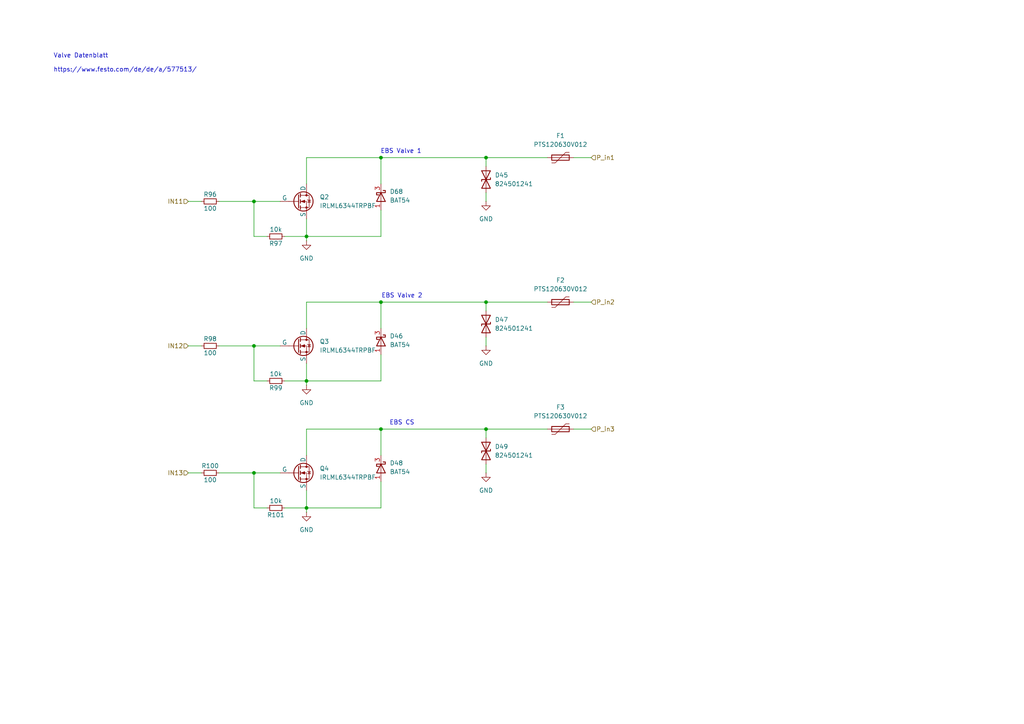
<source format=kicad_sch>
(kicad_sch (version 20231120) (generator "eeschema") (generator_version "8.0")
  (paper "A4")
  (title_block (title "PDU FT25") (date "2024-11-23") (rev "V1.1") (company "Janek Herm") (comment 1 "FaSTTUBe Electronics"))
  (lib_symbols
    (symbol "Device:D_TVS" (pin_numbers hide) (pin_names (offset 1.016) hide)
      (property "Reference" "D" (at 0 2.54 0))
      (property "Value" "D_TVS" (at 0 -2.54 0))
      (symbol "D_TVS_0_1"
        (polyline (pts (xy 1.27 0) (xy -1.27 0)))
        (polyline (pts (xy 0.508 1.27) (xy 0 1.27) (xy 0 -1.27) (xy -0.508 -1.27)) (stroke (width 0.254)))
        (polyline (pts (xy -2.54 1.27) (xy -2.54 -1.27) (xy 2.54 1.27) (xy 2.54 -1.27) (xy -2.54 1.27)) (stroke (width 0.254)))
      )
      (symbol "D_TVS_1_1"
        (pin passive line (at -3.81 0 0) (length 2.54) (name "A1") (number "1"))
        (pin passive line (at 3.81 0 180) (length 2.54) (name "A2") (number "2"))
      )
    )
    (symbol "Device:Polyfuse" (pin_numbers hide) (pin_names (offset 0))
      (property "Reference" "F" (at -2.54 0 90))
      (property "Value" "Polyfuse" (at 2.54 0 90))
      (symbol "Polyfuse_0_1"
        (rectangle (start -0.762 2.54) (end 0.762 -2.54) (stroke (width 0.254)))
        (polyline (pts (xy 0 2.54) (xy 0 -2.54)))
        (polyline (pts (xy -1.524 2.54) (xy -1.524 1.524) (xy 1.524 -1.524) (xy 1.524 -2.54)))
      )
      (symbol "Polyfuse_1_1"
        (pin passive line (at 0 3.81 270) (length 1.27) (name "~") (number "1"))
        (pin passive line (at 0 -3.81 90) (length 1.27) (name "~") (number "2"))
      )
    )
    (symbol "Device:R_Small" (pin_numbers hide) (pin_names (offset 0.254) hide)
      (property "Reference" "R" (at 0.762 0.508 0))
      (property "Value" "R_Small" (at 0.762 -1.016 0))
      (symbol "R_Small_0_1"
        (rectangle (start -0.762 1.778) (end 0.762 -1.778) (stroke (width 0.2032)))
      )
      (symbol "R_Small_1_1"
        (pin passive line (at 0 2.54 270) (length 0.762) (name "~") (number "1"))
        (pin passive line (at 0 -2.54 90) (length 0.762) (name "~") (number "2"))
      )
    )
    (symbol "FaSTTUBe_PnP:BAT54"
      (property "Reference" "D" (at 0 2.032 0))
      (property "Value" "BAT54" (at 0 0 0))
      (symbol "BAT54_0_1"
        (polyline (pts (xy 1.27 -1.27) (xy -1.27 -1.27)))
        (polyline (pts (xy 1.27 0) (xy 1.27 -2.54) (xy -1.27 -1.27) (xy 1.27 0)) (stroke (width 0.254)))
        (polyline (pts (xy -1.905 -0.635) (xy -1.905 0) (xy -1.27 0) (xy -1.27 -2.54) (xy -0.635 -2.54) (xy -0.635 -1.905)) (stroke (width 0.254)))
      )
      (symbol "BAT54_1_1"
        (pin passive line (at 3.81 -1.27 180) (length 2.54) (name "") (number "1"))
        (pin no_connect line (at -3.81 -2.54 0) (length 2.54) hide (name "") (number "2"))
        (pin passive line (at -3.81 -1.27 0) (length 2.54) (name "") (number "3"))
      )
    )
    (symbol "Simulation_SPICE:NMOS" (pin_numbers hide) (pin_names (offset 0))
      (property "Reference" "Q" (at 5.08 1.27 0))
      (property "Value" "NMOS" (at 5.08 -1.27 0))
      (symbol "NMOS_0_1"
        (polyline (pts (xy 0.254 0) (xy -2.54 0)))
        (polyline (pts (xy 0.254 1.905) (xy 0.254 -1.905)) (stroke (width 0.254)))
        (polyline (pts (xy 0.762 -1.27) (xy 0.762 -2.286)) (stroke (width 0.254)))
        (polyline (pts (xy 0.762 0.508) (xy 0.762 -0.508)) (stroke (width 0.254)))
        (polyline (pts (xy 0.762 2.286) (xy 0.762 1.27)) (stroke (width 0.254)))
        (polyline (pts (xy 2.54 2.54) (xy 2.54 1.778)))
        (polyline (pts (xy 2.54 -2.54) (xy 2.54 0) (xy 0.762 0)))
        (polyline (pts (xy 0.762 -1.778) (xy 3.302 -1.778) (xy 3.302 1.778) (xy 0.762 1.778)))
        (polyline (pts (xy 1.016 0) (xy 2.032 0.381) (xy 2.032 -0.381) (xy 1.016 0)) (fill (type outline)))
        (polyline (pts (xy 2.794 0.508) (xy 2.921 0.381) (xy 3.683 0.381) (xy 3.81 0.254)))
        (polyline (pts (xy 3.302 0.381) (xy 2.921 -0.254) (xy 3.683 -0.254) (xy 3.302 0.381)))
        (circle (center 1.651 0) (radius 2.794) (stroke (width 0.254)))
        (circle (center 2.54 -1.778) (radius 0.254) (fill (type outline)))
        (circle (center 2.54 1.778) (radius 0.254) (fill (type outline)))
      )
      (symbol "NMOS_1_1"
        (pin passive line (at 2.54 5.08 270) (length 2.54) (name "D") (number "1"))
        (pin input line (at -5.08 0 0) (length 2.54) (name "G") (number "2"))
        (pin passive line (at 2.54 -5.08 90) (length 2.54) (name "S") (number "3"))
      )
    )
    (symbol "power:GND" (power) (pin_numbers hide) (pin_names (offset 0) hide)
      (property "Value" "GND" (at 0 -3.81 0))
      (symbol "GND_0_1"
        (polyline (pts (xy 0 0) (xy 0 -1.27) (xy 1.27 -1.27) (xy 0 -2.54) (xy -1.27 -1.27) (xy 0 -1.27)))
      )
      (symbol "GND_1_1"
        (pin power_in line (at 0 0 270) (length 0) (name "~") (number "1"))
      )
    )
  )
  (junction (at 73.66 58.42))
  (junction (at 88.9 110.49))
  (junction (at 73.66 137.16))
  (junction (at 140.97 45.72))
  (junction (at 110.49 124.46))
  (junction (at 88.9 68.58))
  (junction (at 110.49 87.63))
  (junction (at 140.97 87.63))
  (junction (at 140.97 124.46))
  (junction (at 110.49 45.72))
  (junction (at 88.9 147.32))
  (junction (at 73.66 100.33))
  (wire (pts (xy 166.37 45.72) (xy 171.45 45.72)))
  (wire (pts (xy 88.9 45.72) (xy 110.49 45.72)))
  (wire (pts (xy 88.9 147.32) (xy 110.49 147.32)))
  (wire (pts (xy 110.49 102.87) (xy 110.49 110.49)))
  (wire (pts (xy 73.66 68.58) (xy 77.47 68.58)))
  (wire (pts (xy 140.97 58.42) (xy 140.97 55.88)))
  (wire (pts (xy 88.9 110.49) (xy 110.49 110.49)))
  (wire (pts (xy 140.97 87.63) (xy 158.75 87.63)))
  (wire (pts (xy 110.49 45.72) (xy 110.49 53.34)))
  (wire (pts (xy 140.97 45.72) (xy 140.97 48.26)))
  (wire (pts (xy 63.5 100.33) (xy 73.66 100.33)))
  (wire (pts (xy 88.9 63.5) (xy 88.9 68.58)))
  (wire (pts (xy 73.66 110.49) (xy 77.47 110.49)))
  (wire (pts (xy 88.9 45.72) (xy 88.9 53.34)))
  (wire (pts (xy 82.55 147.32) (xy 88.9 147.32)))
  (wire (pts (xy 54.61 100.33) (xy 58.42 100.33)))
  (wire (pts (xy 166.37 87.63) (xy 171.45 87.63)))
  (wire (pts (xy 88.9 110.49) (xy 88.9 111.76)))
  (wire (pts (xy 88.9 147.32) (xy 88.9 148.59)))
  (wire (pts (xy 140.97 100.33) (xy 140.97 97.79)))
  (wire (pts (xy 54.61 58.42) (xy 58.42 58.42)))
  (wire (pts (xy 73.66 147.32) (xy 77.47 147.32)))
  (wire (pts (xy 88.9 124.46) (xy 110.49 124.46)))
  (wire (pts (xy 140.97 45.72) (xy 158.75 45.72)))
  (wire (pts (xy 140.97 124.46) (xy 140.97 127)))
  (wire (pts (xy 110.49 60.96) (xy 110.49 68.58)))
  (wire (pts (xy 73.66 137.16) (xy 81.28 137.16)))
  (wire (pts (xy 110.49 124.46) (xy 110.49 132.08)))
  (wire (pts (xy 166.37 124.46) (xy 171.45 124.46)))
  (wire (pts (xy 110.49 87.63) (xy 140.97 87.63)))
  (wire (pts (xy 140.97 137.16) (xy 140.97 134.62)))
  (wire (pts (xy 140.97 124.46) (xy 158.75 124.46)))
  (wire (pts (xy 88.9 68.58) (xy 88.9 69.85)))
  (wire (pts (xy 140.97 87.63) (xy 140.97 90.17)))
  (wire (pts (xy 73.66 58.42) (xy 73.66 68.58)))
  (wire (pts (xy 73.66 100.33) (xy 81.28 100.33)))
  (wire (pts (xy 88.9 68.58) (xy 110.49 68.58)))
  (wire (pts (xy 110.49 87.63) (xy 110.49 95.25)))
  (wire (pts (xy 110.49 139.7) (xy 110.49 147.32)))
  (wire (pts (xy 88.9 87.63) (xy 110.49 87.63)))
  (wire (pts (xy 88.9 105.41) (xy 88.9 110.49)))
  (wire (pts (xy 63.5 137.16) (xy 73.66 137.16)))
  (wire (pts (xy 73.66 100.33) (xy 73.66 110.49)))
  (wire (pts (xy 88.9 87.63) (xy 88.9 95.25)))
  (wire (pts (xy 63.5 58.42) (xy 73.66 58.42)))
  (wire (pts (xy 82.55 68.58) (xy 88.9 68.58)))
  (wire (pts (xy 110.49 45.72) (xy 140.97 45.72)))
  (wire (pts (xy 82.55 110.49) (xy 88.9 110.49)))
  (wire (pts (xy 88.9 142.24) (xy 88.9 147.32)))
  (wire (pts (xy 73.66 137.16) (xy 73.66 147.32)))
  (wire (pts (xy 88.9 124.46) (xy 88.9 132.08)))
  (wire (pts (xy 73.66 58.42) (xy 81.28 58.42)))
  (wire (pts (xy 54.61 137.16) (xy 58.42 137.16)))
  (wire (pts (xy 110.49 124.46) (xy 140.97 124.46)))
  (text "EBS Valve 1" (at 116.332 43.942 0) (effects (font (size 1.27 1.27))))
  (text "EBS Valve 2" (at 116.586 85.852 0) (effects (font (size 1.27 1.27))))
  (text "EBS CS" (at 116.586 122.682 0) (effects (font (size 1.27 1.27))))
  (text "Valve Datenblatt\n\nhttps://www.festo.com/de/de/a/577513/" (at 15.494 18.288 0) (effects (font (size 1.27 1.27)) (justify left)))
  (hierarchical_label "IN11" (shape input) (at 54.61 58.42 180) (effects (font (thickness 0.1588))))
  (hierarchical_label "P_in3" (shape input) (at 171.45 124.46 0))
  (hierarchical_label "IN13" (shape input) (at 54.61 137.16 180) (effects (font (thickness 0.1588))))
  (hierarchical_label "IN12" (shape input) (at 54.61 100.33 180) (effects (font (thickness 0.1588))))
  (hierarchical_label "P_in2" (shape input) (at 171.45 87.63 0))
  (hierarchical_label "P_in1" (shape input) (at 171.45 45.72 0))
  (symbol (lib_id "Device:R_Small") (at 80.01 147.32 90) (unit 1)
    (property "Reference" "R101" (at 80.01 149.352 90))
    (property "Value" "10k" (at 80.01 145.288 90))
    (property "Footprint" "Resistor_SMD:R_0603_1608Metric" (effects (hide yes)))
    (property "Description" "Resistor, small symbol" (effects (hide yes)))
  )
  (symbol (lib_id "Device:D_TVS") (at 140.97 93.98 90) (mirror x) (unit 1)
    (property "Reference" "D47" (at 143.51 92.7099 90) (effects (justify right)))
    (property "Value" "824501241" (at 143.51 95.2499 90) (effects (justify right)))
    (property "Footprint" "824501241:DIOM5127X250N" (effects (hide yes)))
    (property "Datasheet" "https://www.we-online.com/components/products/datasheet/824501241.pdf" (effects (hide yes)))
    (property "Description" "Bidirectional transient-voltage-suppression diode" (effects (hide yes)))
  )
  (symbol (lib_id "power:GND") (at 140.97 58.42 0) (mirror y) (unit 1)
    (property "Reference" "#PWR0151" (effects (hide yes)))
    (property "Value" "GND" (at 140.97 63.5 0))
    (property "Description" "Power symbol creates a global label with name \"GND\" , ground" (effects (hide yes)))
  )
  (symbol (lib_id "FaSTTUBe_PnP:BAT54") (at 111.76 57.15 270) (unit 1)
    (property "Reference" "D68" (at 113.03 55.5624 90) (effects (justify left)))
    (property "Value" "BAT54" (at 113.03 58.1024 90) (effects (justify left)))
    (property "Footprint" "Package_TO_SOT_SMD:SOT-23" (effects (hide yes)))
    (property "Datasheet" "https://diotec.com/request/datasheet/bat54.pdf" (effects (hide yes)))
    (property "Description" "Schottky-Diode BAT54" (effects (hide yes)))
  )
  (symbol (lib_id "power:GND") (at 140.97 100.33 0) (mirror y) (unit 1)
    (property "Reference" "#PWR0153" (effects (hide yes)))
    (property "Value" "GND" (at 140.97 105.41 0))
    (property "Description" "Power symbol creates a global label with name \"GND\" , ground" (effects (hide yes)))
  )
  (symbol (lib_id "FaSTTUBe_PnP:BAT54") (at 111.76 99.06 270) (unit 1)
    (property "Reference" "D46" (at 113.03 97.4724 90) (effects (justify left)))
    (property "Value" "BAT54" (at 113.03 100.0124 90) (effects (justify left)))
    (property "Footprint" "Package_TO_SOT_SMD:SOT-23" (effects (hide yes)))
    (property "Datasheet" "https://diotec.com/request/datasheet/bat54.pdf" (effects (hide yes)))
    (property "Description" "Schottky-Diode BAT54" (effects (hide yes)))
  )
  (symbol (lib_id "power:GND") (at 88.9 111.76 0) (unit 1)
    (property "Reference" "#PWR0154" (effects (hide yes)))
    (property "Value" "GND" (at 88.9 116.84 0))
    (property "Description" "Power symbol creates a global label with name \"GND\" , ground" (effects (hide yes)))
  )
  (symbol (lib_id "power:GND") (at 140.97 137.16 0) (mirror y) (unit 1)
    (property "Reference" "#PWR0155" (effects (hide yes)))
    (property "Value" "GND" (at 140.97 142.24 0))
    (property "Description" "Power symbol creates a global label with name \"GND\" , ground" (effects (hide yes)))
  )
  (symbol (lib_id "Device:Polyfuse") (at 162.56 45.72 90) (unit 1)
    (property "Reference" "F1" (at 162.56 39.37 90))
    (property "Value" "PTS120630V012" (at 162.56 41.91 90))
    (property "Footprint" "Fuse:Fuse_1206_3216Metric" (effects (hide yes)))
    (property "Datasheet" "https://www.mouser.de/datasheet/2/87/eaton_pts1206_6_60_volt_dc_surface_mount_resettabl-1608737.pdf" (effects (hide yes)))
    (property "Description" "Resettable fuse, polymeric positive temperature coefficient" (effects (hide yes)))
  )
  (symbol (lib_id "Device:Polyfuse") (at 162.56 87.63 90) (unit 1)
    (property "Reference" "F2" (at 162.56 81.28 90))
    (property "Value" "PTS120630V012" (at 162.56 83.82 90))
    (property "Footprint" "Fuse:Fuse_1206_3216Metric" (effects (hide yes)))
    (property "Datasheet" "https://www.mouser.de/datasheet/2/87/eaton_pts1206_6_60_volt_dc_surface_mount_resettabl-1608737.pdf" (effects (hide yes)))
    (property "Description" "Resettable fuse, polymeric positive temperature coefficient" (effects (hide yes)))
  )
  (symbol (lib_id "Device:R_Small") (at 80.01 110.49 90) (unit 1)
    (property "Reference" "R99" (at 80.01 112.522 90))
    (property "Value" "10k" (at 80.01 108.458 90))
    (property "Footprint" "Resistor_SMD:R_0603_1608Metric" (effects (hide yes)))
    (property "Description" "Resistor, small symbol" (effects (hide yes)))
  )
  (symbol (lib_id "power:GND") (at 88.9 148.59 0) (unit 1)
    (property "Reference" "#PWR0156" (effects (hide yes)))
    (property "Value" "GND" (at 88.9 153.67 0))
    (property "Description" "Power symbol creates a global label with name \"GND\" , ground" (effects (hide yes)))
  )
  (symbol (lib_id "Device:R_Small") (at 80.01 68.58 90) (unit 1)
    (property "Reference" "R97" (at 80.01 70.612 90))
    (property "Value" "10k" (at 80.01 66.548 90))
    (property "Footprint" "Resistor_SMD:R_0603_1608Metric" (effects (hide yes)))
    (property "Description" "Resistor, small symbol" (effects (hide yes)))
  )
  (symbol (lib_id "Simulation_SPICE:NMOS") (at 86.36 137.16 0) (unit 1)
    (property "Reference" "Q4" (at 92.71 135.8899 0) (effects (justify left)))
    (property "Value" "IRLML6344TRPBF" (at 92.71 138.4299 0) (effects (justify left)))
    (property "Footprint" "Package_TO_SOT_SMD:SOT-23-3" (effects (hide yes)))
    (property "Datasheet" "https://www.mouser.de/datasheet/2/196/Infineon_IRLML6344_DataSheet_v01_01_EN-3363406.pdf" (effects (hide yes)))
    (property "Description" "N-MOSFET transistor, drain/source/gate" (effects (hide yes)))
    (property "Sim.Device" "NMOS" (effects (hide yes)))
    (property "Sim.Type" "VDMOS" (effects (hide yes)))
    (property "Sim.Pins" "1=D 2=G 3=S" (effects (hide yes)))
  )
  (symbol (lib_id "Device:R_Small") (at 60.96 100.33 270) (unit 1)
    (property "Reference" "R98" (at 60.96 98.298 90))
    (property "Value" "100" (at 60.96 102.362 90))
    (property "Footprint" "Resistor_SMD:R_0603_1608Metric" (effects (hide yes)))
    (property "Description" "Resistor, small symbol" (effects (hide yes)))
  )
  (symbol (lib_id "Device:R_Small") (at 60.96 58.42 270) (unit 1)
    (property "Reference" "R96" (at 60.96 56.388 90))
    (property "Value" "100" (at 60.96 60.452 90))
    (property "Footprint" "Resistor_SMD:R_0603_1608Metric" (effects (hide yes)))
    (property "Description" "Resistor, small symbol" (effects (hide yes)))
  )
  (symbol (lib_id "Device:R_Small") (at 60.96 137.16 270) (unit 1)
    (property "Reference" "R100" (at 60.96 135.128 90))
    (property "Value" "100" (at 60.96 139.192 90))
    (property "Footprint" "Resistor_SMD:R_0603_1608Metric" (effects (hide yes)))
    (property "Description" "Resistor, small symbol" (effects (hide yes)))
  )
  (symbol (lib_id "Device:D_TVS") (at 140.97 130.81 90) (mirror x) (unit 1)
    (property "Reference" "D49" (at 143.51 129.5399 90) (effects (justify right)))
    (property "Value" "824501241" (at 143.51 132.0799 90) (effects (justify right)))
    (property "Footprint" "824501241:DIOM5127X250N" (effects (hide yes)))
    (property "Datasheet" "https://www.we-online.com/components/products/datasheet/824501241.pdf" (effects (hide yes)))
    (property "Description" "Bidirectional transient-voltage-suppression diode" (effects (hide yes)))
  )
  (symbol (lib_id "Device:D_TVS") (at 140.97 52.07 90) (mirror x) (unit 1)
    (property "Reference" "D45" (at 143.51 50.7999 90) (effects (justify right)))
    (property "Value" "824501241" (at 143.51 53.3399 90) (effects (justify right)))
    (property "Footprint" "824501241:DIOM5127X250N" (effects (hide yes)))
    (property "Datasheet" "https://www.we-online.com/components/products/datasheet/824501241.pdf" (effects (hide yes)))
    (property "Description" "Bidirectional transient-voltage-suppression diode" (effects (hide yes)))
  )
  (symbol (lib_id "Simulation_SPICE:NMOS") (at 86.36 100.33 0) (unit 1)
    (property "Reference" "Q3" (at 92.71 99.0599 0) (effects (justify left)))
    (property "Value" "IRLML6344TRPBF" (at 92.71 101.5999 0) (effects (justify left)))
    (property "Footprint" "Package_TO_SOT_SMD:SOT-23-3" (effects (hide yes)))
    (property "Datasheet" "https://www.mouser.de/datasheet/2/196/Infineon_IRLML6344_DataSheet_v01_01_EN-3363406.pdf" (effects (hide yes)))
    (property "Description" "N-MOSFET transistor, drain/source/gate" (effects (hide yes)))
    (property "Sim.Device" "NMOS" (effects (hide yes)))
    (property "Sim.Type" "VDMOS" (effects (hide yes)))
    (property "Sim.Pins" "1=D 2=G 3=S" (effects (hide yes)))
  )
  (symbol (lib_id "Device:Polyfuse") (at 162.56 124.46 90) (unit 1)
    (property "Reference" "F3" (at 162.56 118.11 90))
    (property "Value" "PTS120630V012" (at 162.56 120.65 90))
    (property "Footprint" "Fuse:Fuse_1206_3216Metric" (effects (hide yes)))
    (property "Datasheet" "https://www.mouser.de/datasheet/2/87/eaton_pts1206_6_60_volt_dc_surface_mount_resettabl-1608737.pdf" (effects (hide yes)))
    (property "Description" "Resettable fuse, polymeric positive temperature coefficient" (effects (hide yes)))
  )
  (symbol (lib_id "power:GND") (at 88.9 69.85 0) (unit 1)
    (property "Reference" "#PWR0152" (effects (hide yes)))
    (property "Value" "GND" (at 88.9 74.93 0))
    (property "Description" "Power symbol creates a global label with name \"GND\" , ground" (effects (hide yes)))
  )
  (symbol (lib_id "FaSTTUBe_PnP:BAT54") (at 111.76 135.89 270) (unit 1)
    (property "Reference" "D48" (at 113.03 134.3024 90) (effects (justify left)))
    (property "Value" "BAT54" (at 113.03 136.8424 90) (effects (justify left)))
    (property "Footprint" "Package_TO_SOT_SMD:SOT-23" (effects (hide yes)))
    (property "Datasheet" "https://diotec.com/request/datasheet/bat54.pdf" (effects (hide yes)))
    (property "Description" "Schottky-Diode BAT54" (effects (hide yes)))
  )
  (symbol (lib_id "Simulation_SPICE:NMOS") (at 86.36 58.42 0) (unit 1)
    (property "Reference" "Q2" (at 92.71 57.1499 0) (effects (justify left)))
    (property "Value" "IRLML6344TRPBF" (at 92.71 59.6899 0) (effects (justify left)))
    (property "Footprint" "Package_TO_SOT_SMD:SOT-23-3" (effects (hide yes)))
    (property "Datasheet" "https://www.mouser.de/datasheet/2/196/Infineon_IRLML6344_DataSheet_v01_01_EN-3363406.pdf" (effects (hide yes)))
    (property "Description" "N-MOSFET transistor, drain/source/gate" (effects (hide yes)))
    (property "Sim.Device" "NMOS" (effects (hide yes)))
    (property "Sim.Type" "VDMOS" (effects (hide yes)))
    (property "Sim.Pins" "1=D 2=G 3=S" (effects (hide yes)))
  )
)
</source>
